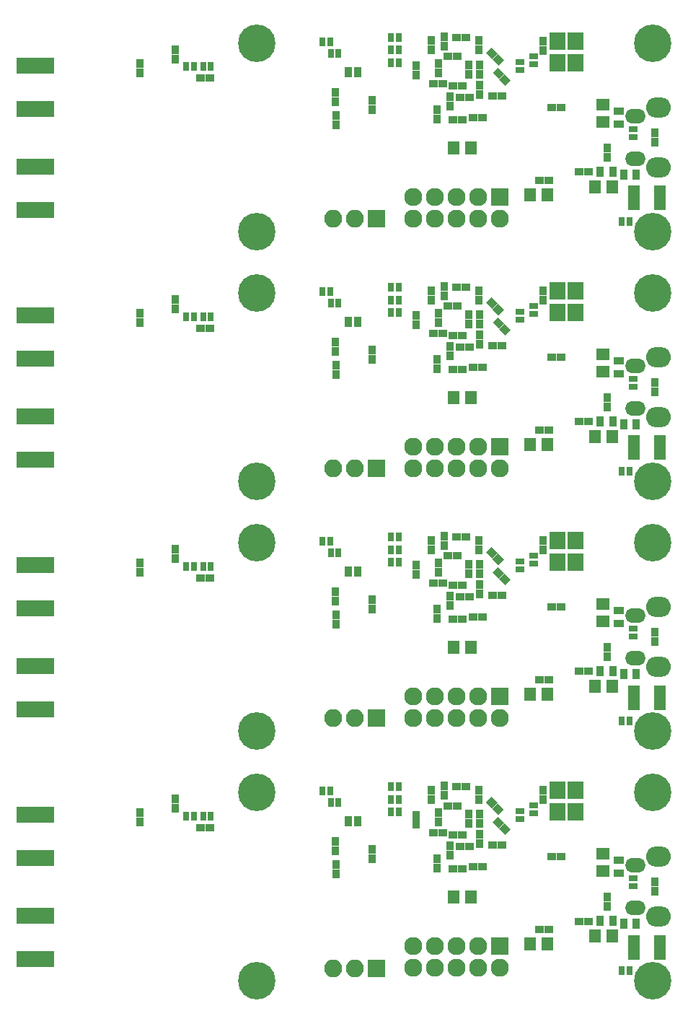
<source format=gbr>
G04 #@! TF.FileFunction,Soldermask,Bot*
%FSLAX46Y46*%
G04 Gerber Fmt 4.6, Leading zero omitted, Abs format (unit mm)*
G04 Created by KiCad (PCBNEW 4.0.5) date Tue Apr 18 23:58:23 2017*
%MOMM*%
%LPD*%
G01*
G04 APERTURE LIST*
%ADD10C,0.050000*%
%ADD11R,0.900000X1.000000*%
%ADD12R,0.830000X0.680000*%
%ADD13R,1.000000X0.900000*%
%ADD14R,1.400000X1.650000*%
%ADD15R,0.800000X1.000000*%
%ADD16R,1.400000X2.900000*%
%ADD17R,0.900000X1.300000*%
%ADD18R,1.300000X0.900000*%
%ADD19R,1.000000X0.800000*%
%ADD20R,1.650000X1.400000*%
%ADD21R,1.900000X2.100000*%
%ADD22R,2.127200X2.127200*%
%ADD23O,2.127200X2.127200*%
%ADD24O,2.400000X1.700000*%
%ADD25O,2.900000X2.400000*%
%ADD26C,4.400000*%
%ADD27R,2.100000X2.100000*%
%ADD28O,2.100000X2.100000*%
%ADD29R,4.464000X1.924000*%
G04 APERTURE END LIST*
D10*
D11*
X54935000Y-114565000D03*
X54935000Y-115665000D03*
X59135000Y-112765000D03*
X59135000Y-113865000D03*
X54810000Y-111840000D03*
X54810000Y-112940000D03*
D12*
X57410000Y-109230000D03*
X57410000Y-109750000D03*
X56360000Y-109750000D03*
X56360000Y-109230000D03*
D11*
X68310000Y-113440000D03*
X68310000Y-112340000D03*
D13*
X70610000Y-112440000D03*
X69510000Y-112440000D03*
D14*
X70735000Y-118340000D03*
X68735000Y-118340000D03*
D13*
X71010000Y-114790000D03*
X72110000Y-114790000D03*
D11*
X66760000Y-113840000D03*
X66760000Y-114940000D03*
D13*
X69760000Y-115040000D03*
X68660000Y-115040000D03*
D11*
X71660000Y-106890000D03*
X71660000Y-105790000D03*
D13*
X68010000Y-107640000D03*
X69110000Y-107640000D03*
D11*
X67635000Y-106440000D03*
X67635000Y-105340000D03*
X66060000Y-106890000D03*
X66060000Y-105790000D03*
D13*
X70110000Y-105390000D03*
X69010000Y-105390000D03*
D15*
X61360000Y-106890000D03*
X62260000Y-106890000D03*
X61360000Y-105390000D03*
X62260000Y-105390000D03*
X62260000Y-108390000D03*
X61360000Y-108390000D03*
D13*
X66310000Y-110840000D03*
X67410000Y-110840000D03*
D11*
X66910000Y-109540000D03*
X66910000Y-108440000D03*
X64310000Y-109840000D03*
X64310000Y-108740000D03*
D13*
X68660000Y-111090000D03*
X69760000Y-111090000D03*
D11*
X70460000Y-109740000D03*
X70460000Y-108640000D03*
D10*
G36*
X72499340Y-107215736D02*
X73135736Y-106579340D01*
X73842842Y-107286446D01*
X73206446Y-107922842D01*
X72499340Y-107215736D01*
X72499340Y-107215736D01*
G37*
G36*
X73277158Y-107993554D02*
X73913554Y-107357158D01*
X74620660Y-108064264D01*
X73984264Y-108700660D01*
X73277158Y-107993554D01*
X73277158Y-107993554D01*
G37*
D11*
X71760000Y-110990000D03*
X71760000Y-112090000D03*
X71760000Y-109740000D03*
X71760000Y-108640000D03*
D10*
G36*
X73299340Y-109565736D02*
X73935736Y-108929340D01*
X74642842Y-109636446D01*
X74006446Y-110272842D01*
X73299340Y-109565736D01*
X73299340Y-109565736D01*
G37*
G36*
X74077158Y-110343554D02*
X74713554Y-109707158D01*
X75420660Y-110414264D01*
X74784264Y-111050660D01*
X74077158Y-110343554D01*
X74077158Y-110343554D01*
G37*
D13*
X73310000Y-112290000D03*
X74410000Y-112290000D03*
D15*
X55185000Y-107240000D03*
X54285000Y-107240000D03*
X53310000Y-105940000D03*
X54210000Y-105940000D03*
X37310000Y-108840000D03*
X38210000Y-108840000D03*
D11*
X31860000Y-109540000D03*
X31860000Y-108440000D03*
D13*
X38960000Y-110190000D03*
X40060000Y-110190000D03*
D11*
X36010000Y-107940000D03*
X36010000Y-106840000D03*
D15*
X39310000Y-108840000D03*
X40210000Y-108840000D03*
D11*
X36010000Y-78640000D03*
X36010000Y-77540000D03*
D15*
X39310000Y-79540000D03*
X40210000Y-79540000D03*
D13*
X38960000Y-80890000D03*
X40060000Y-80890000D03*
D11*
X31860000Y-80240000D03*
X31860000Y-79140000D03*
D15*
X37310000Y-79540000D03*
X38210000Y-79540000D03*
X55185000Y-77940000D03*
X54285000Y-77940000D03*
X53310000Y-76640000D03*
X54210000Y-76640000D03*
D11*
X54935000Y-85265000D03*
X54935000Y-86365000D03*
X59135000Y-83465000D03*
X59135000Y-84565000D03*
X54810000Y-82540000D03*
X54810000Y-83640000D03*
D12*
X57410000Y-79930000D03*
X57410000Y-80450000D03*
X56360000Y-80450000D03*
X56360000Y-79930000D03*
D15*
X61360000Y-77590000D03*
X62260000Y-77590000D03*
D11*
X64310000Y-80540000D03*
X64310000Y-79440000D03*
D15*
X62260000Y-79090000D03*
X61360000Y-79090000D03*
X61360000Y-76090000D03*
X62260000Y-76090000D03*
D13*
X79860000Y-92890000D03*
X78760000Y-92890000D03*
X84510000Y-91890000D03*
X83410000Y-91890000D03*
D14*
X79710000Y-94540000D03*
X77710000Y-94540000D03*
D11*
X86710000Y-90190000D03*
X86710000Y-89090000D03*
D16*
X89910000Y-94940000D03*
X92910000Y-94940000D03*
D14*
X87310000Y-93640000D03*
X85310000Y-93640000D03*
D15*
X89360000Y-97690000D03*
X88460000Y-97690000D03*
D17*
X85910000Y-91840000D03*
X87410000Y-91840000D03*
X88660000Y-92190000D03*
X90160000Y-92190000D03*
D11*
X92310000Y-88390000D03*
X92310000Y-87290000D03*
D18*
X88085000Y-84740000D03*
X88085000Y-86240000D03*
D19*
X89760000Y-87790000D03*
X89760000Y-86890000D03*
D20*
X86210000Y-85990000D03*
X86210000Y-83990000D03*
D13*
X66310000Y-81540000D03*
X67410000Y-81540000D03*
D11*
X70460000Y-80440000D03*
X70460000Y-79340000D03*
X66910000Y-80240000D03*
X66910000Y-79140000D03*
D13*
X68660000Y-81790000D03*
X69760000Y-81790000D03*
D11*
X71660000Y-77590000D03*
X71660000Y-76490000D03*
D10*
G36*
X72499340Y-77915736D02*
X73135736Y-77279340D01*
X73842842Y-77986446D01*
X73206446Y-78622842D01*
X72499340Y-77915736D01*
X72499340Y-77915736D01*
G37*
G36*
X73277158Y-78693554D02*
X73913554Y-78057158D01*
X74620660Y-78764264D01*
X73984264Y-79400660D01*
X73277158Y-78693554D01*
X73277158Y-78693554D01*
G37*
D13*
X73310000Y-82990000D03*
X74410000Y-82990000D03*
D11*
X71760000Y-80440000D03*
X71760000Y-79340000D03*
D10*
G36*
X73299340Y-80265736D02*
X73935736Y-79629340D01*
X74642842Y-80336446D01*
X74006446Y-80972842D01*
X73299340Y-80265736D01*
X73299340Y-80265736D01*
G37*
G36*
X74077158Y-81043554D02*
X74713554Y-80407158D01*
X75420660Y-81114264D01*
X74784264Y-81750660D01*
X74077158Y-81043554D01*
X74077158Y-81043554D01*
G37*
D13*
X80260000Y-84340000D03*
X81360000Y-84340000D03*
D11*
X79210000Y-76540000D03*
X79210000Y-77640000D03*
D21*
X83060000Y-76540000D03*
X83060000Y-79040000D03*
X80860000Y-79040000D03*
X80860000Y-76540000D03*
D19*
X78085000Y-78315000D03*
X78085000Y-79215000D03*
X76510000Y-79015000D03*
X76510000Y-79915000D03*
D13*
X70110000Y-76090000D03*
X69010000Y-76090000D03*
D11*
X67635000Y-77140000D03*
X67635000Y-76040000D03*
X66060000Y-77590000D03*
X66060000Y-76490000D03*
D13*
X68010000Y-78340000D03*
X69110000Y-78340000D03*
X71010000Y-85490000D03*
X72110000Y-85490000D03*
X69760000Y-85740000D03*
X68660000Y-85740000D03*
D11*
X66760000Y-84540000D03*
X66760000Y-85640000D03*
X71760000Y-81690000D03*
X71760000Y-82790000D03*
X68310000Y-84140000D03*
X68310000Y-83040000D03*
D14*
X70735000Y-89040000D03*
X68735000Y-89040000D03*
D13*
X70610000Y-83140000D03*
X69510000Y-83140000D03*
D18*
X88085000Y-114040000D03*
X88085000Y-115540000D03*
D19*
X89760000Y-117090000D03*
X89760000Y-116190000D03*
D11*
X92310000Y-117690000D03*
X92310000Y-116590000D03*
X86710000Y-119490000D03*
X86710000Y-118390000D03*
D13*
X84510000Y-121190000D03*
X83410000Y-121190000D03*
D17*
X88660000Y-121490000D03*
X90160000Y-121490000D03*
D14*
X87310000Y-122940000D03*
X85310000Y-122940000D03*
D15*
X89360000Y-126990000D03*
X88460000Y-126990000D03*
D17*
X85910000Y-121140000D03*
X87410000Y-121140000D03*
D16*
X89910000Y-124240000D03*
X92910000Y-124240000D03*
D14*
X79710000Y-123840000D03*
X77710000Y-123840000D03*
D20*
X86210000Y-115290000D03*
X86210000Y-113290000D03*
D13*
X80260000Y-113640000D03*
X81360000Y-113640000D03*
X79860000Y-122190000D03*
X78760000Y-122190000D03*
D11*
X79210000Y-105840000D03*
X79210000Y-106940000D03*
D21*
X83060000Y-105840000D03*
X83060000Y-108340000D03*
X80860000Y-108340000D03*
X80860000Y-105840000D03*
D19*
X78085000Y-107615000D03*
X78085000Y-108515000D03*
X76510000Y-108315000D03*
X76510000Y-109215000D03*
D22*
X74140000Y-94790000D03*
D23*
X74140000Y-97330000D03*
X71600000Y-94790000D03*
X71600000Y-97330000D03*
X69060000Y-94790000D03*
X69060000Y-97330000D03*
X66520000Y-94790000D03*
X66520000Y-97330000D03*
X63980000Y-94790000D03*
X63980000Y-97330000D03*
D24*
X90060000Y-90340000D03*
X90060000Y-85340000D03*
D25*
X92760000Y-91340000D03*
X92760000Y-84340000D03*
D26*
X92110000Y-76790000D03*
X92110000Y-106090000D03*
X92110000Y-98890000D03*
X92110000Y-128190000D03*
D24*
X90060000Y-119640000D03*
X90060000Y-114640000D03*
D25*
X92760000Y-120640000D03*
X92760000Y-113640000D03*
D27*
X59650000Y-126690000D03*
D28*
X57110000Y-126690000D03*
X54570000Y-126690000D03*
D22*
X74140000Y-124090000D03*
D23*
X74140000Y-126630000D03*
X71600000Y-124090000D03*
X71600000Y-126630000D03*
X69060000Y-124090000D03*
X69060000Y-126630000D03*
X66520000Y-124090000D03*
X66520000Y-126630000D03*
X63980000Y-124090000D03*
X63980000Y-126630000D03*
D26*
X45610000Y-76790000D03*
D27*
X59650000Y-97390000D03*
D28*
X57110000Y-97390000D03*
X54570000Y-97390000D03*
D26*
X45610000Y-98890000D03*
D29*
X19610000Y-91250000D03*
X19610000Y-96330000D03*
X19610000Y-79400000D03*
X19610000Y-84480000D03*
D26*
X45610000Y-128190000D03*
D29*
X19610000Y-120550000D03*
X19610000Y-125630000D03*
D26*
X45610000Y-106090000D03*
D29*
X19610000Y-108700000D03*
X19610000Y-113780000D03*
D11*
X68310000Y-54840000D03*
X68310000Y-53740000D03*
X64310000Y-51240000D03*
X64310000Y-50140000D03*
X66910000Y-50940000D03*
X66910000Y-49840000D03*
D13*
X66310000Y-52240000D03*
X67410000Y-52240000D03*
D11*
X66760000Y-55240000D03*
X66760000Y-56340000D03*
D15*
X39310000Y-50240000D03*
X40210000Y-50240000D03*
D11*
X31860000Y-50940000D03*
X31860000Y-49840000D03*
D15*
X37310000Y-50240000D03*
X38210000Y-50240000D03*
D13*
X38960000Y-51590000D03*
X40060000Y-51590000D03*
D11*
X36010000Y-49340000D03*
X36010000Y-48240000D03*
X54935000Y-55965000D03*
X54935000Y-57065000D03*
X54810000Y-53240000D03*
X54810000Y-54340000D03*
X59135000Y-54165000D03*
X59135000Y-55265000D03*
D15*
X55185000Y-48640000D03*
X54285000Y-48640000D03*
X53310000Y-47340000D03*
X54210000Y-47340000D03*
D12*
X56360000Y-51150000D03*
X56360000Y-50630000D03*
X57410000Y-50630000D03*
X57410000Y-51150000D03*
D15*
X61360000Y-46790000D03*
X62260000Y-46790000D03*
D11*
X66060000Y-48290000D03*
X66060000Y-47190000D03*
X67635000Y-47840000D03*
X67635000Y-46740000D03*
D15*
X61360000Y-48290000D03*
X62260000Y-48290000D03*
X62260000Y-49790000D03*
X61360000Y-49790000D03*
D13*
X68010000Y-49040000D03*
X69110000Y-49040000D03*
D11*
X71660000Y-48290000D03*
X71660000Y-47190000D03*
D13*
X70110000Y-46790000D03*
X69010000Y-46790000D03*
D11*
X71760000Y-51140000D03*
X71760000Y-50040000D03*
D19*
X78085000Y-49015000D03*
X78085000Y-49915000D03*
D21*
X83060000Y-47240000D03*
X83060000Y-49740000D03*
X80860000Y-49740000D03*
X80860000Y-47240000D03*
D11*
X79210000Y-47240000D03*
X79210000Y-48340000D03*
D10*
G36*
X72499340Y-48615736D02*
X73135736Y-47979340D01*
X73842842Y-48686446D01*
X73206446Y-49322842D01*
X72499340Y-48615736D01*
X72499340Y-48615736D01*
G37*
G36*
X73277158Y-49393554D02*
X73913554Y-48757158D01*
X74620660Y-49464264D01*
X73984264Y-50100660D01*
X73277158Y-49393554D01*
X73277158Y-49393554D01*
G37*
D19*
X76510000Y-49715000D03*
X76510000Y-50615000D03*
D11*
X70460000Y-51140000D03*
X70460000Y-50040000D03*
D13*
X68660000Y-52490000D03*
X69760000Y-52490000D03*
X70610000Y-53840000D03*
X69510000Y-53840000D03*
D11*
X71760000Y-52390000D03*
X71760000Y-53490000D03*
D10*
G36*
X73299340Y-50965736D02*
X73935736Y-50329340D01*
X74642842Y-51036446D01*
X74006446Y-51672842D01*
X73299340Y-50965736D01*
X73299340Y-50965736D01*
G37*
G36*
X74077158Y-51743554D02*
X74713554Y-51107158D01*
X75420660Y-51814264D01*
X74784264Y-52450660D01*
X74077158Y-51743554D01*
X74077158Y-51743554D01*
G37*
D13*
X73310000Y-53690000D03*
X74410000Y-53690000D03*
X84510000Y-62590000D03*
X83410000Y-62590000D03*
D17*
X88660000Y-62890000D03*
X90160000Y-62890000D03*
D15*
X89360000Y-68390000D03*
X88460000Y-68390000D03*
D17*
X85910000Y-62540000D03*
X87410000Y-62540000D03*
D16*
X89910000Y-65640000D03*
X92910000Y-65640000D03*
D14*
X87310000Y-64340000D03*
X85310000Y-64340000D03*
D13*
X80260000Y-55040000D03*
X81360000Y-55040000D03*
X71010000Y-56190000D03*
X72110000Y-56190000D03*
X79860000Y-63590000D03*
X78760000Y-63590000D03*
D14*
X79710000Y-65240000D03*
X77710000Y-65240000D03*
D13*
X69760000Y-56440000D03*
X68660000Y-56440000D03*
D14*
X70735000Y-59740000D03*
X68735000Y-59740000D03*
D11*
X92310000Y-59090000D03*
X92310000Y-57990000D03*
D20*
X86210000Y-56690000D03*
X86210000Y-54690000D03*
D11*
X86710000Y-60890000D03*
X86710000Y-59790000D03*
D19*
X89760000Y-58490000D03*
X89760000Y-57590000D03*
D18*
X88085000Y-55440000D03*
X88085000Y-56940000D03*
D26*
X45610000Y-47490000D03*
D22*
X74140000Y-65490000D03*
D23*
X74140000Y-68030000D03*
X71600000Y-65490000D03*
X71600000Y-68030000D03*
X69060000Y-65490000D03*
X69060000Y-68030000D03*
X66520000Y-65490000D03*
X66520000Y-68030000D03*
X63980000Y-65490000D03*
X63980000Y-68030000D03*
D27*
X59650000Y-68090000D03*
D28*
X57110000Y-68090000D03*
X54570000Y-68090000D03*
D26*
X92110000Y-47490000D03*
X92110000Y-69590000D03*
D24*
X90060000Y-61040000D03*
X90060000Y-56040000D03*
D25*
X92760000Y-62040000D03*
X92760000Y-55040000D03*
D26*
X45610000Y-69590000D03*
D29*
X19610000Y-61950000D03*
X19610000Y-67030000D03*
X19610000Y-50100000D03*
X19610000Y-55180000D03*
D15*
X61360000Y-17490000D03*
X62260000Y-17490000D03*
D26*
X45610000Y-18190000D03*
X45610000Y-40290000D03*
X92110000Y-40290000D03*
D11*
X36010000Y-20040000D03*
X36010000Y-18940000D03*
X31860000Y-21640000D03*
X31860000Y-20540000D03*
X54935000Y-26665000D03*
X54935000Y-27765000D03*
X59135000Y-24865000D03*
X59135000Y-25965000D03*
X54810000Y-23940000D03*
X54810000Y-25040000D03*
X92310000Y-29790000D03*
X92310000Y-28690000D03*
D16*
X89910000Y-36340000D03*
X92910000Y-36340000D03*
D14*
X87310000Y-35040000D03*
X85310000Y-35040000D03*
D20*
X86210000Y-27390000D03*
X86210000Y-25390000D03*
D14*
X79710000Y-35940000D03*
X77710000Y-35940000D03*
D13*
X80260000Y-25740000D03*
X81360000Y-25740000D03*
D11*
X86710000Y-31590000D03*
X86710000Y-30490000D03*
D13*
X79860000Y-34290000D03*
X78760000Y-34290000D03*
X84510000Y-33290000D03*
X83410000Y-33290000D03*
D14*
X70735000Y-30440000D03*
X68735000Y-30440000D03*
D13*
X68660000Y-23190000D03*
X69760000Y-23190000D03*
D11*
X70460000Y-21840000D03*
X70460000Y-20740000D03*
D13*
X68010000Y-19740000D03*
X69110000Y-19740000D03*
D11*
X66060000Y-18990000D03*
X66060000Y-17890000D03*
D10*
G36*
X72499340Y-19315736D02*
X73135736Y-18679340D01*
X73842842Y-19386446D01*
X73206446Y-20022842D01*
X72499340Y-19315736D01*
X72499340Y-19315736D01*
G37*
G36*
X73277158Y-20093554D02*
X73913554Y-19457158D01*
X74620660Y-20164264D01*
X73984264Y-20800660D01*
X73277158Y-20093554D01*
X73277158Y-20093554D01*
G37*
D11*
X68310000Y-25540000D03*
X68310000Y-24440000D03*
D29*
X19610000Y-20800000D03*
X19610000Y-25880000D03*
D22*
X74140000Y-36190000D03*
D23*
X74140000Y-38730000D03*
X71600000Y-36190000D03*
X71600000Y-38730000D03*
X69060000Y-36190000D03*
X69060000Y-38730000D03*
X66520000Y-36190000D03*
X66520000Y-38730000D03*
X63980000Y-36190000D03*
X63980000Y-38730000D03*
D15*
X37310000Y-20940000D03*
X38210000Y-20940000D03*
X39310000Y-20940000D03*
X40210000Y-20940000D03*
X89360000Y-39090000D03*
X88460000Y-39090000D03*
D19*
X89760000Y-29190000D03*
X89760000Y-28290000D03*
D15*
X62260000Y-20490000D03*
X61360000Y-20490000D03*
X61360000Y-18990000D03*
X62260000Y-18990000D03*
D19*
X76510000Y-20415000D03*
X76510000Y-21315000D03*
X78085000Y-19715000D03*
X78085000Y-20615000D03*
D17*
X88660000Y-33590000D03*
X90160000Y-33590000D03*
X85910000Y-33240000D03*
X87410000Y-33240000D03*
D18*
X88085000Y-26140000D03*
X88085000Y-27640000D03*
D29*
X19610000Y-32650000D03*
X19610000Y-37730000D03*
D11*
X71760000Y-21840000D03*
X71760000Y-20740000D03*
X71760000Y-23090000D03*
X71760000Y-24190000D03*
D13*
X66310000Y-22940000D03*
X67410000Y-22940000D03*
D11*
X66760000Y-25940000D03*
X66760000Y-27040000D03*
X66910000Y-21640000D03*
X66910000Y-20540000D03*
X64310000Y-21940000D03*
X64310000Y-20840000D03*
D13*
X73310000Y-24390000D03*
X74410000Y-24390000D03*
D10*
G36*
X73299340Y-21665736D02*
X73935736Y-21029340D01*
X74642842Y-21736446D01*
X74006446Y-22372842D01*
X73299340Y-21665736D01*
X73299340Y-21665736D01*
G37*
G36*
X74077158Y-22443554D02*
X74713554Y-21807158D01*
X75420660Y-22514264D01*
X74784264Y-23150660D01*
X74077158Y-22443554D01*
X74077158Y-22443554D01*
G37*
D13*
X70610000Y-24540000D03*
X69510000Y-24540000D03*
X69760000Y-27140000D03*
X68660000Y-27140000D03*
X71010000Y-26890000D03*
X72110000Y-26890000D03*
D11*
X67635000Y-18540000D03*
X67635000Y-17440000D03*
D13*
X70110000Y-17490000D03*
X69010000Y-17490000D03*
D11*
X71660000Y-18990000D03*
X71660000Y-17890000D03*
D13*
X38960000Y-22290000D03*
X40060000Y-22290000D03*
D15*
X53310000Y-18040000D03*
X54210000Y-18040000D03*
X55185000Y-19340000D03*
X54285000Y-19340000D03*
D26*
X92110000Y-18190000D03*
D27*
X59650000Y-38790000D03*
D28*
X57110000Y-38790000D03*
X54570000Y-38790000D03*
D24*
X90060000Y-31740000D03*
X90060000Y-26740000D03*
D25*
X92760000Y-32740000D03*
X92760000Y-25740000D03*
D11*
X79210000Y-17940000D03*
X79210000Y-19040000D03*
D21*
X83060000Y-17940000D03*
X83060000Y-20440000D03*
X80860000Y-20440000D03*
X80860000Y-17940000D03*
D12*
X57410000Y-21330000D03*
X57410000Y-21850000D03*
X56360000Y-21850000D03*
X56360000Y-21330000D03*
M02*

</source>
